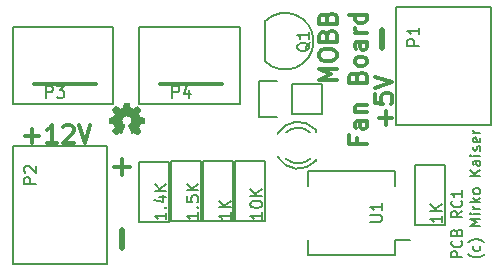
<source format=gbr>
G04 #@! TF.FileFunction,Legend,Top*
%FSLAX46Y46*%
G04 Gerber Fmt 4.6, Leading zero omitted, Abs format (unit mm)*
G04 Created by KiCad (PCBNEW 4.0.4-stable) date 11/22/16 16:33:30*
%MOMM*%
%LPD*%
G01*
G04 APERTURE LIST*
%ADD10C,0.100000*%
%ADD11C,0.300000*%
%ADD12C,0.200000*%
%ADD13C,0.500000*%
%ADD14C,0.350000*%
%ADD15C,0.150000*%
%ADD16C,0.002540*%
G04 APERTURE END LIST*
D10*
D11*
X185317144Y-131987143D02*
X186460001Y-131987143D01*
X185888572Y-132558571D02*
X185888572Y-131415714D01*
X187960001Y-132558571D02*
X187102858Y-132558571D01*
X187531430Y-132558571D02*
X187531430Y-131058571D01*
X187388573Y-131272857D01*
X187245715Y-131415714D01*
X187102858Y-131487143D01*
X188531429Y-131201429D02*
X188602858Y-131130000D01*
X188745715Y-131058571D01*
X189102858Y-131058571D01*
X189245715Y-131130000D01*
X189317144Y-131201429D01*
X189388572Y-131344286D01*
X189388572Y-131487143D01*
X189317144Y-131701429D01*
X188460001Y-132558571D01*
X189388572Y-132558571D01*
X189817143Y-131058571D02*
X190317143Y-132558571D01*
X190817143Y-131058571D01*
D12*
X222282143Y-142260714D02*
X221382143Y-142260714D01*
X221382143Y-141917857D01*
X221425000Y-141832143D01*
X221467857Y-141789286D01*
X221553571Y-141746429D01*
X221682143Y-141746429D01*
X221767857Y-141789286D01*
X221810714Y-141832143D01*
X221853571Y-141917857D01*
X221853571Y-142260714D01*
X222196429Y-140846429D02*
X222239286Y-140889286D01*
X222282143Y-141017857D01*
X222282143Y-141103571D01*
X222239286Y-141232143D01*
X222153571Y-141317857D01*
X222067857Y-141360714D01*
X221896429Y-141403571D01*
X221767857Y-141403571D01*
X221596429Y-141360714D01*
X221510714Y-141317857D01*
X221425000Y-141232143D01*
X221382143Y-141103571D01*
X221382143Y-141017857D01*
X221425000Y-140889286D01*
X221467857Y-140846429D01*
X221810714Y-140160714D02*
X221853571Y-140032143D01*
X221896429Y-139989286D01*
X221982143Y-139946429D01*
X222110714Y-139946429D01*
X222196429Y-139989286D01*
X222239286Y-140032143D01*
X222282143Y-140117857D01*
X222282143Y-140460714D01*
X221382143Y-140460714D01*
X221382143Y-140160714D01*
X221425000Y-140075000D01*
X221467857Y-140032143D01*
X221553571Y-139989286D01*
X221639286Y-139989286D01*
X221725000Y-140032143D01*
X221767857Y-140075000D01*
X221810714Y-140160714D01*
X221810714Y-140460714D01*
X222282143Y-138360715D02*
X221853571Y-138660715D01*
X222282143Y-138875000D02*
X221382143Y-138875000D01*
X221382143Y-138532143D01*
X221425000Y-138446429D01*
X221467857Y-138403572D01*
X221553571Y-138360715D01*
X221682143Y-138360715D01*
X221767857Y-138403572D01*
X221810714Y-138446429D01*
X221853571Y-138532143D01*
X221853571Y-138875000D01*
X222196429Y-137460715D02*
X222239286Y-137503572D01*
X222282143Y-137632143D01*
X222282143Y-137717857D01*
X222239286Y-137846429D01*
X222153571Y-137932143D01*
X222067857Y-137975000D01*
X221896429Y-138017857D01*
X221767857Y-138017857D01*
X221596429Y-137975000D01*
X221510714Y-137932143D01*
X221425000Y-137846429D01*
X221382143Y-137717857D01*
X221382143Y-137632143D01*
X221425000Y-137503572D01*
X221467857Y-137460715D01*
X222282143Y-136603572D02*
X222282143Y-137117857D01*
X222282143Y-136860715D02*
X221382143Y-136860715D01*
X221510714Y-136946429D01*
X221596429Y-137032143D01*
X221639286Y-137117857D01*
X224175000Y-142003571D02*
X224132143Y-142046429D01*
X224003571Y-142132143D01*
X223917857Y-142175000D01*
X223789286Y-142217857D01*
X223575000Y-142260714D01*
X223403571Y-142260714D01*
X223189286Y-142217857D01*
X223060714Y-142175000D01*
X222975000Y-142132143D01*
X222846429Y-142046429D01*
X222803571Y-142003571D01*
X223789286Y-141275000D02*
X223832143Y-141360714D01*
X223832143Y-141532143D01*
X223789286Y-141617857D01*
X223746429Y-141660714D01*
X223660714Y-141703571D01*
X223403571Y-141703571D01*
X223317857Y-141660714D01*
X223275000Y-141617857D01*
X223232143Y-141532143D01*
X223232143Y-141360714D01*
X223275000Y-141275000D01*
X224175000Y-140975000D02*
X224132143Y-140932142D01*
X224003571Y-140846428D01*
X223917857Y-140803571D01*
X223789286Y-140760714D01*
X223575000Y-140717857D01*
X223403571Y-140717857D01*
X223189286Y-140760714D01*
X223060714Y-140803571D01*
X222975000Y-140846428D01*
X222846429Y-140932142D01*
X222803571Y-140975000D01*
X223832143Y-139603571D02*
X222932143Y-139603571D01*
X223575000Y-139303571D01*
X222932143Y-139003571D01*
X223832143Y-139003571D01*
X223832143Y-138575000D02*
X223232143Y-138575000D01*
X222932143Y-138575000D02*
X222975000Y-138617857D01*
X223017857Y-138575000D01*
X222975000Y-138532143D01*
X222932143Y-138575000D01*
X223017857Y-138575000D01*
X223832143Y-138146429D02*
X223232143Y-138146429D01*
X223403571Y-138146429D02*
X223317857Y-138103572D01*
X223275000Y-138060715D01*
X223232143Y-137975001D01*
X223232143Y-137889286D01*
X223832143Y-137589286D02*
X222932143Y-137589286D01*
X223489286Y-137503572D02*
X223832143Y-137246429D01*
X223232143Y-137246429D02*
X223575000Y-137589286D01*
X223832143Y-136732144D02*
X223789286Y-136817858D01*
X223746429Y-136860715D01*
X223660714Y-136903572D01*
X223403571Y-136903572D01*
X223317857Y-136860715D01*
X223275000Y-136817858D01*
X223232143Y-136732144D01*
X223232143Y-136603572D01*
X223275000Y-136517858D01*
X223317857Y-136475001D01*
X223403571Y-136432144D01*
X223660714Y-136432144D01*
X223746429Y-136475001D01*
X223789286Y-136517858D01*
X223832143Y-136603572D01*
X223832143Y-136732144D01*
X223832143Y-135360715D02*
X222932143Y-135360715D01*
X223832143Y-134846430D02*
X223317857Y-135232144D01*
X222932143Y-134846430D02*
X223446429Y-135360715D01*
X223832143Y-134075001D02*
X223360714Y-134075001D01*
X223275000Y-134117858D01*
X223232143Y-134203572D01*
X223232143Y-134375001D01*
X223275000Y-134460715D01*
X223789286Y-134075001D02*
X223832143Y-134160715D01*
X223832143Y-134375001D01*
X223789286Y-134460715D01*
X223703571Y-134503572D01*
X223617857Y-134503572D01*
X223532143Y-134460715D01*
X223489286Y-134375001D01*
X223489286Y-134160715D01*
X223446429Y-134075001D01*
X223832143Y-133646429D02*
X223232143Y-133646429D01*
X222932143Y-133646429D02*
X222975000Y-133689286D01*
X223017857Y-133646429D01*
X222975000Y-133603572D01*
X222932143Y-133646429D01*
X223017857Y-133646429D01*
X223789286Y-133260715D02*
X223832143Y-133175001D01*
X223832143Y-133003573D01*
X223789286Y-132917858D01*
X223703571Y-132875001D01*
X223660714Y-132875001D01*
X223575000Y-132917858D01*
X223532143Y-133003573D01*
X223532143Y-133132144D01*
X223489286Y-133217858D01*
X223403571Y-133260715D01*
X223360714Y-133260715D01*
X223275000Y-133217858D01*
X223232143Y-133132144D01*
X223232143Y-133003573D01*
X223275000Y-132917858D01*
X223789286Y-132146430D02*
X223832143Y-132232144D01*
X223832143Y-132403573D01*
X223789286Y-132489287D01*
X223703571Y-132532144D01*
X223360714Y-132532144D01*
X223275000Y-132489287D01*
X223232143Y-132403573D01*
X223232143Y-132232144D01*
X223275000Y-132146430D01*
X223360714Y-132103573D01*
X223446429Y-132103573D01*
X223532143Y-132532144D01*
X223832143Y-131717858D02*
X223232143Y-131717858D01*
X223403571Y-131717858D02*
X223317857Y-131675001D01*
X223275000Y-131632144D01*
X223232143Y-131546430D01*
X223232143Y-131460715D01*
D11*
X211653571Y-127278572D02*
X210153571Y-127278572D01*
X211225000Y-126778572D01*
X210153571Y-126278572D01*
X211653571Y-126278572D01*
X210153571Y-125278572D02*
X210153571Y-124992858D01*
X210225000Y-124850000D01*
X210367857Y-124707143D01*
X210653571Y-124635715D01*
X211153571Y-124635715D01*
X211439286Y-124707143D01*
X211582143Y-124850000D01*
X211653571Y-124992858D01*
X211653571Y-125278572D01*
X211582143Y-125421429D01*
X211439286Y-125564286D01*
X211153571Y-125635715D01*
X210653571Y-125635715D01*
X210367857Y-125564286D01*
X210225000Y-125421429D01*
X210153571Y-125278572D01*
X210867857Y-123492857D02*
X210939286Y-123278571D01*
X211010714Y-123207143D01*
X211153571Y-123135714D01*
X211367857Y-123135714D01*
X211510714Y-123207143D01*
X211582143Y-123278571D01*
X211653571Y-123421429D01*
X211653571Y-123992857D01*
X210153571Y-123992857D01*
X210153571Y-123492857D01*
X210225000Y-123350000D01*
X210296429Y-123278571D01*
X210439286Y-123207143D01*
X210582143Y-123207143D01*
X210725000Y-123278571D01*
X210796429Y-123350000D01*
X210867857Y-123492857D01*
X210867857Y-123992857D01*
X210867857Y-121992857D02*
X210939286Y-121778571D01*
X211010714Y-121707143D01*
X211153571Y-121635714D01*
X211367857Y-121635714D01*
X211510714Y-121707143D01*
X211582143Y-121778571D01*
X211653571Y-121921429D01*
X211653571Y-122492857D01*
X210153571Y-122492857D01*
X210153571Y-121992857D01*
X210225000Y-121850000D01*
X210296429Y-121778571D01*
X210439286Y-121707143D01*
X210582143Y-121707143D01*
X210725000Y-121778571D01*
X210796429Y-121850000D01*
X210867857Y-121992857D01*
X210867857Y-122492857D01*
X213417857Y-132135714D02*
X213417857Y-132635714D01*
X214203571Y-132635714D02*
X212703571Y-132635714D01*
X212703571Y-131921428D01*
X214203571Y-130707143D02*
X213417857Y-130707143D01*
X213275000Y-130778572D01*
X213203571Y-130921429D01*
X213203571Y-131207143D01*
X213275000Y-131350000D01*
X214132143Y-130707143D02*
X214203571Y-130850000D01*
X214203571Y-131207143D01*
X214132143Y-131350000D01*
X213989286Y-131421429D01*
X213846429Y-131421429D01*
X213703571Y-131350000D01*
X213632143Y-131207143D01*
X213632143Y-130850000D01*
X213560714Y-130707143D01*
X213203571Y-129992857D02*
X214203571Y-129992857D01*
X213346429Y-129992857D02*
X213275000Y-129921429D01*
X213203571Y-129778571D01*
X213203571Y-129564286D01*
X213275000Y-129421429D01*
X213417857Y-129350000D01*
X214203571Y-129350000D01*
X213417857Y-126992857D02*
X213489286Y-126778571D01*
X213560714Y-126707143D01*
X213703571Y-126635714D01*
X213917857Y-126635714D01*
X214060714Y-126707143D01*
X214132143Y-126778571D01*
X214203571Y-126921429D01*
X214203571Y-127492857D01*
X212703571Y-127492857D01*
X212703571Y-126992857D01*
X212775000Y-126850000D01*
X212846429Y-126778571D01*
X212989286Y-126707143D01*
X213132143Y-126707143D01*
X213275000Y-126778571D01*
X213346429Y-126850000D01*
X213417857Y-126992857D01*
X213417857Y-127492857D01*
X214203571Y-125778571D02*
X214132143Y-125921429D01*
X214060714Y-125992857D01*
X213917857Y-126064286D01*
X213489286Y-126064286D01*
X213346429Y-125992857D01*
X213275000Y-125921429D01*
X213203571Y-125778571D01*
X213203571Y-125564286D01*
X213275000Y-125421429D01*
X213346429Y-125350000D01*
X213489286Y-125278571D01*
X213917857Y-125278571D01*
X214060714Y-125350000D01*
X214132143Y-125421429D01*
X214203571Y-125564286D01*
X214203571Y-125778571D01*
X214203571Y-123992857D02*
X213417857Y-123992857D01*
X213275000Y-124064286D01*
X213203571Y-124207143D01*
X213203571Y-124492857D01*
X213275000Y-124635714D01*
X214132143Y-123992857D02*
X214203571Y-124135714D01*
X214203571Y-124492857D01*
X214132143Y-124635714D01*
X213989286Y-124707143D01*
X213846429Y-124707143D01*
X213703571Y-124635714D01*
X213632143Y-124492857D01*
X213632143Y-124135714D01*
X213560714Y-123992857D01*
X214203571Y-123278571D02*
X213203571Y-123278571D01*
X213489286Y-123278571D02*
X213346429Y-123207143D01*
X213275000Y-123135714D01*
X213203571Y-122992857D01*
X213203571Y-122850000D01*
X214203571Y-121707143D02*
X212703571Y-121707143D01*
X214132143Y-121707143D02*
X214203571Y-121850000D01*
X214203571Y-122135714D01*
X214132143Y-122278572D01*
X214060714Y-122350000D01*
X213917857Y-122421429D01*
X213489286Y-122421429D01*
X213346429Y-122350000D01*
X213275000Y-122278572D01*
X213203571Y-122135714D01*
X213203571Y-121850000D01*
X213275000Y-121707143D01*
D13*
X215542857Y-123038095D02*
X215542857Y-124561905D01*
D11*
X215807143Y-131028571D02*
X215807143Y-129885714D01*
X216378571Y-130457143D02*
X215235714Y-130457143D01*
X214878571Y-128457142D02*
X214878571Y-129171428D01*
X215592857Y-129242857D01*
X215521429Y-129171428D01*
X215450000Y-129028571D01*
X215450000Y-128671428D01*
X215521429Y-128528571D01*
X215592857Y-128457142D01*
X215735714Y-128385714D01*
X216092857Y-128385714D01*
X216235714Y-128457142D01*
X216307143Y-128528571D01*
X216378571Y-128671428D01*
X216378571Y-129028571D01*
X216307143Y-129171428D01*
X216235714Y-129242857D01*
X214878571Y-127957143D02*
X216378571Y-127457143D01*
X214878571Y-126957143D01*
D13*
X193492857Y-141436905D02*
X193492857Y-139913095D01*
D14*
X192814286Y-134628571D02*
X194185715Y-134628571D01*
X193500001Y-135314286D02*
X193500001Y-133942857D01*
D15*
X216615000Y-142095000D02*
X216615000Y-140825000D01*
X209265000Y-142095000D02*
X209265000Y-140825000D01*
X209265000Y-134965000D02*
X209265000Y-136235000D01*
X216615000Y-134965000D02*
X216615000Y-136235000D01*
X216615000Y-142095000D02*
X209265000Y-142095000D01*
X216615000Y-134965000D02*
X209265000Y-134965000D01*
X216615000Y-140825000D02*
X217900000Y-140825000D01*
X197470000Y-134170000D02*
X197470000Y-139250000D01*
X197470000Y-139250000D02*
X194930000Y-139250000D01*
X194930000Y-139250000D02*
X194930000Y-134170000D01*
X194930000Y-134170000D02*
X197470000Y-134170000D01*
X218280000Y-139530000D02*
X218280000Y-134450000D01*
X218280000Y-134450000D02*
X220820000Y-134450000D01*
X220820000Y-134450000D02*
X220820000Y-139530000D01*
X220820000Y-139530000D02*
X218280000Y-139530000D01*
X200330000Y-139230000D02*
X200330000Y-134150000D01*
X200330000Y-134150000D02*
X202870000Y-134150000D01*
X202870000Y-134150000D02*
X202870000Y-139230000D01*
X202870000Y-139230000D02*
X200330000Y-139230000D01*
X203030000Y-139230000D02*
X203030000Y-134150000D01*
X203030000Y-134150000D02*
X205570000Y-134150000D01*
X205570000Y-134150000D02*
X205570000Y-139230000D01*
X205570000Y-139230000D02*
X203030000Y-139230000D01*
X205600000Y-122270000D02*
X205600000Y-125670000D01*
X205602944Y-122272944D02*
G75*
G02X209700000Y-123970000I1697056J-1697056D01*
G01*
X205602944Y-125667056D02*
G75*
G03X209700000Y-123970000I1697056J1697056D01*
G01*
X192250000Y-132800000D02*
X184250000Y-132800000D01*
X184250000Y-132800000D02*
X184250000Y-142800000D01*
X184250000Y-142800000D02*
X192250000Y-142800000D01*
X192250000Y-142800000D02*
X192250000Y-137800000D01*
X192250000Y-137800000D02*
X192250000Y-132800000D01*
X224700000Y-121100000D02*
X216700000Y-121100000D01*
X216700000Y-121100000D02*
X216700000Y-131100000D01*
X216700000Y-131100000D02*
X224700000Y-131100000D01*
X224700000Y-131100000D02*
X224700000Y-126100000D01*
X224700000Y-126100000D02*
X224700000Y-121100000D01*
D11*
X186000000Y-127600000D02*
X191250000Y-127600000D01*
D15*
X192750000Y-126000000D02*
X192750000Y-129250000D01*
X192750000Y-129250000D02*
X184250000Y-129250000D01*
X184250000Y-129250000D02*
X184250000Y-122750000D01*
X184250000Y-122750000D02*
X192750000Y-122750000D01*
X192750000Y-122750000D02*
X192750000Y-126000000D01*
D11*
X196700000Y-127600000D02*
X201950000Y-127600000D01*
D15*
X203450000Y-126000000D02*
X203450000Y-129250000D01*
X203450000Y-129250000D02*
X194950000Y-129250000D01*
X194950000Y-129250000D02*
X194950000Y-122750000D01*
X194950000Y-122750000D02*
X203450000Y-122750000D01*
X203450000Y-122750000D02*
X203450000Y-126000000D01*
X209899000Y-131486000D02*
X209899000Y-131686000D01*
X209899000Y-134080000D02*
X209899000Y-133900000D01*
X206671256Y-133769643D02*
G75*
G03X209899000Y-134086000I1727744J1003643D01*
G01*
X207346994Y-133899068D02*
G75*
G03X209450000Y-133900000I1052006J1133068D01*
G01*
X209886220Y-131459274D02*
G75*
G03X206649000Y-131806000I-1497220J-1306726D01*
G01*
X209412889Y-131686747D02*
G75*
G03X207365000Y-131706000I-1013889J-1079253D01*
G01*
X207870000Y-127580000D02*
X210410000Y-127580000D01*
X205050000Y-127300000D02*
X206600000Y-127300000D01*
X207870000Y-127580000D02*
X207870000Y-130120000D01*
X206600000Y-130400000D02*
X205050000Y-130400000D01*
X205050000Y-130400000D02*
X205050000Y-127300000D01*
X207870000Y-130120000D02*
X210410000Y-130120000D01*
X210410000Y-130120000D02*
X210410000Y-127580000D01*
X197630000Y-139230000D02*
X197630000Y-134150000D01*
X197630000Y-134150000D02*
X200170000Y-134150000D01*
X200170000Y-134150000D02*
X200170000Y-139230000D01*
X200170000Y-139230000D02*
X197630000Y-139230000D01*
D16*
G36*
X192940680Y-131856200D02*
X192958460Y-131848580D01*
X192991480Y-131825720D01*
X193042280Y-131792700D01*
X193100700Y-131754600D01*
X193161660Y-131713960D01*
X193209920Y-131680940D01*
X193245480Y-131658080D01*
X193258180Y-131650460D01*
X193265800Y-131653000D01*
X193293740Y-131668240D01*
X193334380Y-131688560D01*
X193359780Y-131701260D01*
X193397880Y-131716500D01*
X193415660Y-131721580D01*
X193418200Y-131716500D01*
X193433440Y-131686020D01*
X193453760Y-131637760D01*
X193481700Y-131571720D01*
X193514720Y-131495520D01*
X193550280Y-131414240D01*
X193583300Y-131330420D01*
X193616320Y-131251680D01*
X193646800Y-131178020D01*
X193669660Y-131119600D01*
X193684900Y-131078960D01*
X193692520Y-131061180D01*
X193689980Y-131058640D01*
X193672200Y-131040860D01*
X193639180Y-131015460D01*
X193568060Y-130957040D01*
X193496940Y-130870680D01*
X193453760Y-130771620D01*
X193441060Y-130659860D01*
X193451220Y-130558260D01*
X193491860Y-130461740D01*
X193560440Y-130372840D01*
X193644260Y-130306800D01*
X193740780Y-130266160D01*
X193850000Y-130253460D01*
X193954140Y-130263620D01*
X194053200Y-130304260D01*
X194142100Y-130370300D01*
X194180200Y-130413480D01*
X194231000Y-130504920D01*
X194261480Y-130598900D01*
X194264020Y-130621760D01*
X194258940Y-130728440D01*
X194228460Y-130830040D01*
X194172580Y-130918940D01*
X194096380Y-130992600D01*
X194086220Y-131000220D01*
X194050660Y-131028160D01*
X194025260Y-131045940D01*
X194007480Y-131061180D01*
X194142100Y-131383760D01*
X194162420Y-131434560D01*
X194200520Y-131523460D01*
X194231000Y-131599660D01*
X194258940Y-131660620D01*
X194276720Y-131701260D01*
X194284340Y-131716500D01*
X194284340Y-131716500D01*
X194297040Y-131719040D01*
X194319900Y-131711420D01*
X194365620Y-131688560D01*
X194396100Y-131673320D01*
X194429120Y-131658080D01*
X194444360Y-131650460D01*
X194459600Y-131658080D01*
X194492620Y-131678400D01*
X194538340Y-131711420D01*
X194596760Y-131749520D01*
X194652640Y-131787620D01*
X194703440Y-131820640D01*
X194739000Y-131846040D01*
X194756780Y-131853660D01*
X194759320Y-131853660D01*
X194777100Y-131846040D01*
X194805040Y-131820640D01*
X194848220Y-131780000D01*
X194911720Y-131719040D01*
X194921880Y-131708880D01*
X194972680Y-131658080D01*
X195013320Y-131612360D01*
X195041260Y-131581880D01*
X195051420Y-131569180D01*
X195051420Y-131569180D01*
X195041260Y-131551400D01*
X195018400Y-131513300D01*
X194985380Y-131462500D01*
X194944740Y-131401540D01*
X194838060Y-131246600D01*
X194896480Y-131101820D01*
X194914260Y-131056100D01*
X194937120Y-131000220D01*
X194954900Y-130962120D01*
X194962520Y-130944340D01*
X194980300Y-130939260D01*
X195018400Y-130929100D01*
X195076820Y-130918940D01*
X195147940Y-130906240D01*
X195213980Y-130893540D01*
X195272400Y-130880840D01*
X195315580Y-130873220D01*
X195335900Y-130870680D01*
X195340980Y-130865600D01*
X195343520Y-130857980D01*
X195346060Y-130837660D01*
X195348600Y-130799560D01*
X195348600Y-130743680D01*
X195348600Y-130659860D01*
X195348600Y-130652240D01*
X195348600Y-130573500D01*
X195346060Y-130510000D01*
X195343520Y-130471900D01*
X195340980Y-130454120D01*
X195340980Y-130454120D01*
X195323200Y-130449040D01*
X195280020Y-130441420D01*
X195221600Y-130428720D01*
X195150480Y-130416020D01*
X195145400Y-130416020D01*
X195074280Y-130400780D01*
X195015860Y-130388080D01*
X194972680Y-130380460D01*
X194954900Y-130372840D01*
X194952360Y-130367760D01*
X194937120Y-130339820D01*
X194916800Y-130296640D01*
X194893940Y-130243300D01*
X194871080Y-130187420D01*
X194850760Y-130136620D01*
X194838060Y-130101060D01*
X194832980Y-130083280D01*
X194832980Y-130083280D01*
X194843140Y-130065500D01*
X194868540Y-130029940D01*
X194904100Y-129979140D01*
X194944740Y-129918180D01*
X194947280Y-129913100D01*
X194987920Y-129852140D01*
X195020940Y-129801340D01*
X195043800Y-129765780D01*
X195051420Y-129750540D01*
X195051420Y-129748000D01*
X195038720Y-129730220D01*
X195008240Y-129697200D01*
X194962520Y-129651480D01*
X194911720Y-129598140D01*
X194893940Y-129582900D01*
X194835520Y-129524480D01*
X194794880Y-129488920D01*
X194769480Y-129468600D01*
X194759320Y-129463520D01*
X194756780Y-129463520D01*
X194739000Y-129473680D01*
X194700900Y-129499080D01*
X194650100Y-129534640D01*
X194589140Y-129575280D01*
X194586600Y-129577820D01*
X194525640Y-129618460D01*
X194474840Y-129654020D01*
X194439280Y-129676880D01*
X194424040Y-129684500D01*
X194421500Y-129684500D01*
X194398640Y-129679420D01*
X194355460Y-129664180D01*
X194302120Y-129643860D01*
X194246240Y-129621000D01*
X194195440Y-129600680D01*
X194159880Y-129582900D01*
X194142100Y-129572740D01*
X194139560Y-129572740D01*
X194134480Y-129549880D01*
X194124320Y-129504160D01*
X194111620Y-129443200D01*
X194096380Y-129369540D01*
X194093840Y-129359380D01*
X194081140Y-129285720D01*
X194070980Y-129227300D01*
X194060820Y-129186660D01*
X194058280Y-129168880D01*
X194048120Y-129168880D01*
X194012560Y-129166340D01*
X193959220Y-129163800D01*
X193893180Y-129163800D01*
X193827140Y-129163800D01*
X193761100Y-129163800D01*
X193705220Y-129166340D01*
X193664580Y-129168880D01*
X193646800Y-129173960D01*
X193646800Y-129173960D01*
X193641720Y-129196820D01*
X193631560Y-129240000D01*
X193618860Y-129303500D01*
X193603620Y-129377160D01*
X193601080Y-129389860D01*
X193588380Y-129460980D01*
X193575680Y-129519400D01*
X193568060Y-129560040D01*
X193562980Y-129575280D01*
X193557900Y-129577820D01*
X193527420Y-129593060D01*
X193479160Y-129610840D01*
X193420740Y-129636240D01*
X193283580Y-129692120D01*
X193115940Y-129575280D01*
X193100700Y-129565120D01*
X193039740Y-129524480D01*
X192988940Y-129491460D01*
X192953380Y-129468600D01*
X192940680Y-129460980D01*
X192938140Y-129460980D01*
X192922900Y-129476220D01*
X192889880Y-129506700D01*
X192844160Y-129552420D01*
X192790820Y-129603220D01*
X192750180Y-129643860D01*
X192704460Y-129689580D01*
X192676520Y-129722600D01*
X192658740Y-129742920D01*
X192653660Y-129755620D01*
X192656200Y-129763240D01*
X192666360Y-129781020D01*
X192691760Y-129816580D01*
X192724780Y-129869920D01*
X192765420Y-129928340D01*
X192800980Y-129979140D01*
X192836540Y-130035020D01*
X192859400Y-130075660D01*
X192869560Y-130093440D01*
X192867020Y-130103600D01*
X192854320Y-130136620D01*
X192834000Y-130184880D01*
X192808600Y-130245840D01*
X192750180Y-130377920D01*
X192663820Y-130395700D01*
X192610480Y-130405860D01*
X192536820Y-130418560D01*
X192465700Y-130433800D01*
X192353940Y-130454120D01*
X192351400Y-130857980D01*
X192369180Y-130865600D01*
X192384420Y-130870680D01*
X192425060Y-130880840D01*
X192483480Y-130891000D01*
X192552060Y-130903700D01*
X192613020Y-130916400D01*
X192671440Y-130926560D01*
X192714620Y-130934180D01*
X192732400Y-130939260D01*
X192737480Y-130944340D01*
X192752720Y-130974820D01*
X192773040Y-131020540D01*
X192795900Y-131073880D01*
X192821300Y-131132300D01*
X192841620Y-131183100D01*
X192856860Y-131223740D01*
X192861940Y-131244060D01*
X192854320Y-131259300D01*
X192831460Y-131294860D01*
X192798440Y-131345660D01*
X192757800Y-131404080D01*
X192717160Y-131462500D01*
X192684140Y-131513300D01*
X192658740Y-131548860D01*
X192651120Y-131566640D01*
X192656200Y-131576800D01*
X192679060Y-131604740D01*
X192722240Y-131650460D01*
X192788280Y-131716500D01*
X192800980Y-131726660D01*
X192851780Y-131777460D01*
X192897500Y-131818100D01*
X192927980Y-131846040D01*
X192940680Y-131856200D01*
X192940680Y-131856200D01*
G37*
X192940680Y-131856200D02*
X192958460Y-131848580D01*
X192991480Y-131825720D01*
X193042280Y-131792700D01*
X193100700Y-131754600D01*
X193161660Y-131713960D01*
X193209920Y-131680940D01*
X193245480Y-131658080D01*
X193258180Y-131650460D01*
X193265800Y-131653000D01*
X193293740Y-131668240D01*
X193334380Y-131688560D01*
X193359780Y-131701260D01*
X193397880Y-131716500D01*
X193415660Y-131721580D01*
X193418200Y-131716500D01*
X193433440Y-131686020D01*
X193453760Y-131637760D01*
X193481700Y-131571720D01*
X193514720Y-131495520D01*
X193550280Y-131414240D01*
X193583300Y-131330420D01*
X193616320Y-131251680D01*
X193646800Y-131178020D01*
X193669660Y-131119600D01*
X193684900Y-131078960D01*
X193692520Y-131061180D01*
X193689980Y-131058640D01*
X193672200Y-131040860D01*
X193639180Y-131015460D01*
X193568060Y-130957040D01*
X193496940Y-130870680D01*
X193453760Y-130771620D01*
X193441060Y-130659860D01*
X193451220Y-130558260D01*
X193491860Y-130461740D01*
X193560440Y-130372840D01*
X193644260Y-130306800D01*
X193740780Y-130266160D01*
X193850000Y-130253460D01*
X193954140Y-130263620D01*
X194053200Y-130304260D01*
X194142100Y-130370300D01*
X194180200Y-130413480D01*
X194231000Y-130504920D01*
X194261480Y-130598900D01*
X194264020Y-130621760D01*
X194258940Y-130728440D01*
X194228460Y-130830040D01*
X194172580Y-130918940D01*
X194096380Y-130992600D01*
X194086220Y-131000220D01*
X194050660Y-131028160D01*
X194025260Y-131045940D01*
X194007480Y-131061180D01*
X194142100Y-131383760D01*
X194162420Y-131434560D01*
X194200520Y-131523460D01*
X194231000Y-131599660D01*
X194258940Y-131660620D01*
X194276720Y-131701260D01*
X194284340Y-131716500D01*
X194284340Y-131716500D01*
X194297040Y-131719040D01*
X194319900Y-131711420D01*
X194365620Y-131688560D01*
X194396100Y-131673320D01*
X194429120Y-131658080D01*
X194444360Y-131650460D01*
X194459600Y-131658080D01*
X194492620Y-131678400D01*
X194538340Y-131711420D01*
X194596760Y-131749520D01*
X194652640Y-131787620D01*
X194703440Y-131820640D01*
X194739000Y-131846040D01*
X194756780Y-131853660D01*
X194759320Y-131853660D01*
X194777100Y-131846040D01*
X194805040Y-131820640D01*
X194848220Y-131780000D01*
X194911720Y-131719040D01*
X194921880Y-131708880D01*
X194972680Y-131658080D01*
X195013320Y-131612360D01*
X195041260Y-131581880D01*
X195051420Y-131569180D01*
X195051420Y-131569180D01*
X195041260Y-131551400D01*
X195018400Y-131513300D01*
X194985380Y-131462500D01*
X194944740Y-131401540D01*
X194838060Y-131246600D01*
X194896480Y-131101820D01*
X194914260Y-131056100D01*
X194937120Y-131000220D01*
X194954900Y-130962120D01*
X194962520Y-130944340D01*
X194980300Y-130939260D01*
X195018400Y-130929100D01*
X195076820Y-130918940D01*
X195147940Y-130906240D01*
X195213980Y-130893540D01*
X195272400Y-130880840D01*
X195315580Y-130873220D01*
X195335900Y-130870680D01*
X195340980Y-130865600D01*
X195343520Y-130857980D01*
X195346060Y-130837660D01*
X195348600Y-130799560D01*
X195348600Y-130743680D01*
X195348600Y-130659860D01*
X195348600Y-130652240D01*
X195348600Y-130573500D01*
X195346060Y-130510000D01*
X195343520Y-130471900D01*
X195340980Y-130454120D01*
X195340980Y-130454120D01*
X195323200Y-130449040D01*
X195280020Y-130441420D01*
X195221600Y-130428720D01*
X195150480Y-130416020D01*
X195145400Y-130416020D01*
X195074280Y-130400780D01*
X195015860Y-130388080D01*
X194972680Y-130380460D01*
X194954900Y-130372840D01*
X194952360Y-130367760D01*
X194937120Y-130339820D01*
X194916800Y-130296640D01*
X194893940Y-130243300D01*
X194871080Y-130187420D01*
X194850760Y-130136620D01*
X194838060Y-130101060D01*
X194832980Y-130083280D01*
X194832980Y-130083280D01*
X194843140Y-130065500D01*
X194868540Y-130029940D01*
X194904100Y-129979140D01*
X194944740Y-129918180D01*
X194947280Y-129913100D01*
X194987920Y-129852140D01*
X195020940Y-129801340D01*
X195043800Y-129765780D01*
X195051420Y-129750540D01*
X195051420Y-129748000D01*
X195038720Y-129730220D01*
X195008240Y-129697200D01*
X194962520Y-129651480D01*
X194911720Y-129598140D01*
X194893940Y-129582900D01*
X194835520Y-129524480D01*
X194794880Y-129488920D01*
X194769480Y-129468600D01*
X194759320Y-129463520D01*
X194756780Y-129463520D01*
X194739000Y-129473680D01*
X194700900Y-129499080D01*
X194650100Y-129534640D01*
X194589140Y-129575280D01*
X194586600Y-129577820D01*
X194525640Y-129618460D01*
X194474840Y-129654020D01*
X194439280Y-129676880D01*
X194424040Y-129684500D01*
X194421500Y-129684500D01*
X194398640Y-129679420D01*
X194355460Y-129664180D01*
X194302120Y-129643860D01*
X194246240Y-129621000D01*
X194195440Y-129600680D01*
X194159880Y-129582900D01*
X194142100Y-129572740D01*
X194139560Y-129572740D01*
X194134480Y-129549880D01*
X194124320Y-129504160D01*
X194111620Y-129443200D01*
X194096380Y-129369540D01*
X194093840Y-129359380D01*
X194081140Y-129285720D01*
X194070980Y-129227300D01*
X194060820Y-129186660D01*
X194058280Y-129168880D01*
X194048120Y-129168880D01*
X194012560Y-129166340D01*
X193959220Y-129163800D01*
X193893180Y-129163800D01*
X193827140Y-129163800D01*
X193761100Y-129163800D01*
X193705220Y-129166340D01*
X193664580Y-129168880D01*
X193646800Y-129173960D01*
X193646800Y-129173960D01*
X193641720Y-129196820D01*
X193631560Y-129240000D01*
X193618860Y-129303500D01*
X193603620Y-129377160D01*
X193601080Y-129389860D01*
X193588380Y-129460980D01*
X193575680Y-129519400D01*
X193568060Y-129560040D01*
X193562980Y-129575280D01*
X193557900Y-129577820D01*
X193527420Y-129593060D01*
X193479160Y-129610840D01*
X193420740Y-129636240D01*
X193283580Y-129692120D01*
X193115940Y-129575280D01*
X193100700Y-129565120D01*
X193039740Y-129524480D01*
X192988940Y-129491460D01*
X192953380Y-129468600D01*
X192940680Y-129460980D01*
X192938140Y-129460980D01*
X192922900Y-129476220D01*
X192889880Y-129506700D01*
X192844160Y-129552420D01*
X192790820Y-129603220D01*
X192750180Y-129643860D01*
X192704460Y-129689580D01*
X192676520Y-129722600D01*
X192658740Y-129742920D01*
X192653660Y-129755620D01*
X192656200Y-129763240D01*
X192666360Y-129781020D01*
X192691760Y-129816580D01*
X192724780Y-129869920D01*
X192765420Y-129928340D01*
X192800980Y-129979140D01*
X192836540Y-130035020D01*
X192859400Y-130075660D01*
X192869560Y-130093440D01*
X192867020Y-130103600D01*
X192854320Y-130136620D01*
X192834000Y-130184880D01*
X192808600Y-130245840D01*
X192750180Y-130377920D01*
X192663820Y-130395700D01*
X192610480Y-130405860D01*
X192536820Y-130418560D01*
X192465700Y-130433800D01*
X192353940Y-130454120D01*
X192351400Y-130857980D01*
X192369180Y-130865600D01*
X192384420Y-130870680D01*
X192425060Y-130880840D01*
X192483480Y-130891000D01*
X192552060Y-130903700D01*
X192613020Y-130916400D01*
X192671440Y-130926560D01*
X192714620Y-130934180D01*
X192732400Y-130939260D01*
X192737480Y-130944340D01*
X192752720Y-130974820D01*
X192773040Y-131020540D01*
X192795900Y-131073880D01*
X192821300Y-131132300D01*
X192841620Y-131183100D01*
X192856860Y-131223740D01*
X192861940Y-131244060D01*
X192854320Y-131259300D01*
X192831460Y-131294860D01*
X192798440Y-131345660D01*
X192757800Y-131404080D01*
X192717160Y-131462500D01*
X192684140Y-131513300D01*
X192658740Y-131548860D01*
X192651120Y-131566640D01*
X192656200Y-131576800D01*
X192679060Y-131604740D01*
X192722240Y-131650460D01*
X192788280Y-131716500D01*
X192800980Y-131726660D01*
X192851780Y-131777460D01*
X192897500Y-131818100D01*
X192927980Y-131846040D01*
X192940680Y-131856200D01*
D15*
X214502381Y-139261905D02*
X215311905Y-139261905D01*
X215407143Y-139214286D01*
X215454762Y-139166667D01*
X215502381Y-139071429D01*
X215502381Y-138880952D01*
X215454762Y-138785714D01*
X215407143Y-138738095D01*
X215311905Y-138690476D01*
X214502381Y-138690476D01*
X215502381Y-137690476D02*
X215502381Y-138261905D01*
X215502381Y-137976191D02*
X214502381Y-137976191D01*
X214645238Y-138071429D01*
X214740476Y-138166667D01*
X214788095Y-138261905D01*
X197252381Y-138478571D02*
X197252381Y-139050000D01*
X197252381Y-138764286D02*
X196252381Y-138764286D01*
X196395238Y-138859524D01*
X196490476Y-138954762D01*
X196538095Y-139050000D01*
X197157143Y-138050000D02*
X197204762Y-138002381D01*
X197252381Y-138050000D01*
X197204762Y-138097619D01*
X197157143Y-138050000D01*
X197252381Y-138050000D01*
X196585714Y-137145238D02*
X197252381Y-137145238D01*
X196204762Y-137383334D02*
X196919048Y-137621429D01*
X196919048Y-137002381D01*
X197252381Y-136621429D02*
X196252381Y-136621429D01*
X197252381Y-136050000D02*
X196680952Y-136478572D01*
X196252381Y-136050000D02*
X196823810Y-136621429D01*
X220602381Y-138739285D02*
X220602381Y-139310714D01*
X220602381Y-139025000D02*
X219602381Y-139025000D01*
X219745238Y-139120238D01*
X219840476Y-139215476D01*
X219888095Y-139310714D01*
X220602381Y-138310714D02*
X219602381Y-138310714D01*
X220602381Y-137739285D02*
X220030952Y-138167857D01*
X219602381Y-137739285D02*
X220173810Y-138310714D01*
X202677381Y-138464285D02*
X202677381Y-139035714D01*
X202677381Y-138750000D02*
X201677381Y-138750000D01*
X201820238Y-138845238D01*
X201915476Y-138940476D01*
X201963095Y-139035714D01*
X202677381Y-138035714D02*
X201677381Y-138035714D01*
X202677381Y-137464285D02*
X202105952Y-137892857D01*
X201677381Y-137464285D02*
X202248810Y-138035714D01*
X205352381Y-138440476D02*
X205352381Y-139011905D01*
X205352381Y-138726191D02*
X204352381Y-138726191D01*
X204495238Y-138821429D01*
X204590476Y-138916667D01*
X204638095Y-139011905D01*
X204352381Y-137821429D02*
X204352381Y-137726190D01*
X204400000Y-137630952D01*
X204447619Y-137583333D01*
X204542857Y-137535714D01*
X204733333Y-137488095D01*
X204971429Y-137488095D01*
X205161905Y-137535714D01*
X205257143Y-137583333D01*
X205304762Y-137630952D01*
X205352381Y-137726190D01*
X205352381Y-137821429D01*
X205304762Y-137916667D01*
X205257143Y-137964286D01*
X205161905Y-138011905D01*
X204971429Y-138059524D01*
X204733333Y-138059524D01*
X204542857Y-138011905D01*
X204447619Y-137964286D01*
X204400000Y-137916667D01*
X204352381Y-137821429D01*
X205352381Y-137059524D02*
X204352381Y-137059524D01*
X205352381Y-136488095D02*
X204780952Y-136916667D01*
X204352381Y-136488095D02*
X204923810Y-137059524D01*
X209397619Y-124070238D02*
X209350000Y-124165476D01*
X209254762Y-124260714D01*
X209111905Y-124403571D01*
X209064286Y-124498810D01*
X209064286Y-124594048D01*
X209302381Y-124546429D02*
X209254762Y-124641667D01*
X209159524Y-124736905D01*
X208969048Y-124784524D01*
X208635714Y-124784524D01*
X208445238Y-124736905D01*
X208350000Y-124641667D01*
X208302381Y-124546429D01*
X208302381Y-124355952D01*
X208350000Y-124260714D01*
X208445238Y-124165476D01*
X208635714Y-124117857D01*
X208969048Y-124117857D01*
X209159524Y-124165476D01*
X209254762Y-124260714D01*
X209302381Y-124355952D01*
X209302381Y-124546429D01*
X209302381Y-123165476D02*
X209302381Y-123736905D01*
X209302381Y-123451191D02*
X208302381Y-123451191D01*
X208445238Y-123546429D01*
X208540476Y-123641667D01*
X208588095Y-123736905D01*
X186202381Y-136038095D02*
X185202381Y-136038095D01*
X185202381Y-135657142D01*
X185250000Y-135561904D01*
X185297619Y-135514285D01*
X185392857Y-135466666D01*
X185535714Y-135466666D01*
X185630952Y-135514285D01*
X185678571Y-135561904D01*
X185726190Y-135657142D01*
X185726190Y-136038095D01*
X185297619Y-135085714D02*
X185250000Y-135038095D01*
X185202381Y-134942857D01*
X185202381Y-134704761D01*
X185250000Y-134609523D01*
X185297619Y-134561904D01*
X185392857Y-134514285D01*
X185488095Y-134514285D01*
X185630952Y-134561904D01*
X186202381Y-135133333D01*
X186202381Y-134514285D01*
X218652381Y-124338095D02*
X217652381Y-124338095D01*
X217652381Y-123957142D01*
X217700000Y-123861904D01*
X217747619Y-123814285D01*
X217842857Y-123766666D01*
X217985714Y-123766666D01*
X218080952Y-123814285D01*
X218128571Y-123861904D01*
X218176190Y-123957142D01*
X218176190Y-124338095D01*
X218652381Y-122814285D02*
X218652381Y-123385714D01*
X218652381Y-123100000D02*
X217652381Y-123100000D01*
X217795238Y-123195238D01*
X217890476Y-123290476D01*
X217938095Y-123385714D01*
X187061905Y-128752381D02*
X187061905Y-127752381D01*
X187442858Y-127752381D01*
X187538096Y-127800000D01*
X187585715Y-127847619D01*
X187633334Y-127942857D01*
X187633334Y-128085714D01*
X187585715Y-128180952D01*
X187538096Y-128228571D01*
X187442858Y-128276190D01*
X187061905Y-128276190D01*
X187966667Y-127752381D02*
X188585715Y-127752381D01*
X188252381Y-128133333D01*
X188395239Y-128133333D01*
X188490477Y-128180952D01*
X188538096Y-128228571D01*
X188585715Y-128323810D01*
X188585715Y-128561905D01*
X188538096Y-128657143D01*
X188490477Y-128704762D01*
X188395239Y-128752381D01*
X188109524Y-128752381D01*
X188014286Y-128704762D01*
X187966667Y-128657143D01*
X197761905Y-128752381D02*
X197761905Y-127752381D01*
X198142858Y-127752381D01*
X198238096Y-127800000D01*
X198285715Y-127847619D01*
X198333334Y-127942857D01*
X198333334Y-128085714D01*
X198285715Y-128180952D01*
X198238096Y-128228571D01*
X198142858Y-128276190D01*
X197761905Y-128276190D01*
X199190477Y-128085714D02*
X199190477Y-128752381D01*
X198952381Y-127704762D02*
X198714286Y-128419048D01*
X199333334Y-128419048D01*
X199952381Y-138453571D02*
X199952381Y-139025000D01*
X199952381Y-138739286D02*
X198952381Y-138739286D01*
X199095238Y-138834524D01*
X199190476Y-138929762D01*
X199238095Y-139025000D01*
X199857143Y-138025000D02*
X199904762Y-137977381D01*
X199952381Y-138025000D01*
X199904762Y-138072619D01*
X199857143Y-138025000D01*
X199952381Y-138025000D01*
X198952381Y-137072619D02*
X198952381Y-137548810D01*
X199428571Y-137596429D01*
X199380952Y-137548810D01*
X199333333Y-137453572D01*
X199333333Y-137215476D01*
X199380952Y-137120238D01*
X199428571Y-137072619D01*
X199523810Y-137025000D01*
X199761905Y-137025000D01*
X199857143Y-137072619D01*
X199904762Y-137120238D01*
X199952381Y-137215476D01*
X199952381Y-137453572D01*
X199904762Y-137548810D01*
X199857143Y-137596429D01*
X199952381Y-136596429D02*
X198952381Y-136596429D01*
X199952381Y-136025000D02*
X199380952Y-136453572D01*
X198952381Y-136025000D02*
X199523810Y-136596429D01*
M02*

</source>
